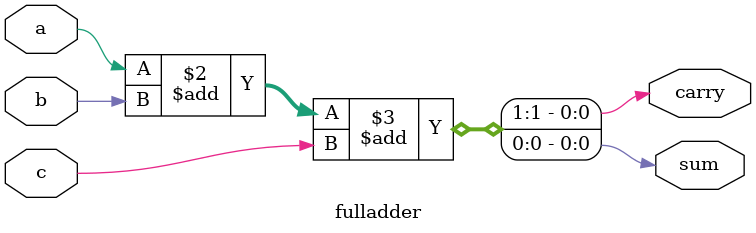
<source format=v>
`timescale 1ns / 1ps

module fulladder(a,b,c,sum,carry);
input a,b,c;
output reg sum,carry;

always @(a or b or c)
begin
{carry,sum} = a + b + c;
end
endmodule


</source>
